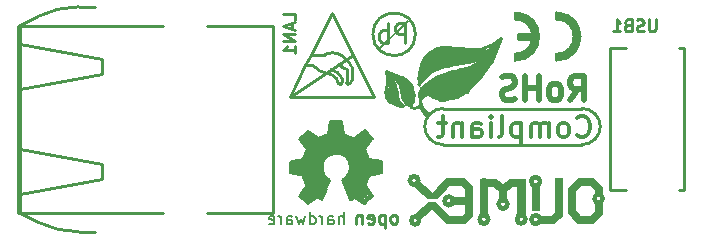
<source format=gbr>
%TF.GenerationSoftware,KiCad,Pcbnew,7.0.9-7.0.9~ubuntu22.04.1*%
%TF.CreationDate,2024-01-19T15:32:03+02:00*%
%TF.ProjectId,USB-GIGABIT_Rev_D,5553422d-4749-4474-9142-49545f526576,rev?*%
%TF.SameCoordinates,PX3473bc0PY4bd12e0*%
%TF.FileFunction,Legend,Bot*%
%TF.FilePolarity,Positive*%
%FSLAX46Y46*%
G04 Gerber Fmt 4.6, Leading zero omitted, Abs format (unit mm)*
G04 Created by KiCad (PCBNEW 7.0.9-7.0.9~ubuntu22.04.1) date 2024-01-19 15:32:03*
%MOMM*%
%LPD*%
G01*
G04 APERTURE LIST*
%ADD10C,0.350000*%
%ADD11C,0.500000*%
%ADD12C,0.254000*%
%ADD13C,0.180000*%
%ADD14C,0.508000*%
%ADD15C,0.400000*%
%ADD16C,0.700000*%
%ADD17C,0.100000*%
%ADD18C,0.300000*%
%ADD19C,0.370000*%
%ADD20C,0.150000*%
%ADD21C,1.000000*%
%ADD22C,0.420000*%
%ADD23C,0.380000*%
%ADD24C,0.200000*%
G04 APERTURE END LIST*
D10*
X42728193Y8202196D02*
X42812860Y8117529D01*
X42812860Y8117529D02*
X43066860Y8032863D01*
X43066860Y8032863D02*
X43236193Y8032863D01*
X43236193Y8032863D02*
X43490193Y8117529D01*
X43490193Y8117529D02*
X43659527Y8286863D01*
X43659527Y8286863D02*
X43744193Y8456196D01*
X43744193Y8456196D02*
X43828860Y8794863D01*
X43828860Y8794863D02*
X43828860Y9048863D01*
X43828860Y9048863D02*
X43744193Y9387529D01*
X43744193Y9387529D02*
X43659527Y9556863D01*
X43659527Y9556863D02*
X43490193Y9726196D01*
X43490193Y9726196D02*
X43236193Y9810863D01*
X43236193Y9810863D02*
X43066860Y9810863D01*
X43066860Y9810863D02*
X42812860Y9726196D01*
X42812860Y9726196D02*
X42728193Y9641529D01*
X41712193Y8032863D02*
X41881527Y8117529D01*
X41881527Y8117529D02*
X41966193Y8202196D01*
X41966193Y8202196D02*
X42050860Y8371529D01*
X42050860Y8371529D02*
X42050860Y8879529D01*
X42050860Y8879529D02*
X41966193Y9048863D01*
X41966193Y9048863D02*
X41881527Y9133529D01*
X41881527Y9133529D02*
X41712193Y9218196D01*
X41712193Y9218196D02*
X41458193Y9218196D01*
X41458193Y9218196D02*
X41288860Y9133529D01*
X41288860Y9133529D02*
X41204193Y9048863D01*
X41204193Y9048863D02*
X41119527Y8879529D01*
X41119527Y8879529D02*
X41119527Y8371529D01*
X41119527Y8371529D02*
X41204193Y8202196D01*
X41204193Y8202196D02*
X41288860Y8117529D01*
X41288860Y8117529D02*
X41458193Y8032863D01*
X41458193Y8032863D02*
X41712193Y8032863D01*
X40357526Y8032863D02*
X40357526Y9218196D01*
X40357526Y9048863D02*
X40272860Y9133529D01*
X40272860Y9133529D02*
X40103526Y9218196D01*
X40103526Y9218196D02*
X39849526Y9218196D01*
X39849526Y9218196D02*
X39680193Y9133529D01*
X39680193Y9133529D02*
X39595526Y8964196D01*
X39595526Y8964196D02*
X39595526Y8032863D01*
X39595526Y8964196D02*
X39510860Y9133529D01*
X39510860Y9133529D02*
X39341526Y9218196D01*
X39341526Y9218196D02*
X39087526Y9218196D01*
X39087526Y9218196D02*
X38918193Y9133529D01*
X38918193Y9133529D02*
X38833526Y8964196D01*
X38833526Y8964196D02*
X38833526Y8032863D01*
X37986859Y9218196D02*
X37986859Y7440196D01*
X37986859Y9133529D02*
X37817526Y9218196D01*
X37817526Y9218196D02*
X37478859Y9218196D01*
X37478859Y9218196D02*
X37309526Y9133529D01*
X37309526Y9133529D02*
X37224859Y9048863D01*
X37224859Y9048863D02*
X37140193Y8879529D01*
X37140193Y8879529D02*
X37140193Y8371529D01*
X37140193Y8371529D02*
X37224859Y8202196D01*
X37224859Y8202196D02*
X37309526Y8117529D01*
X37309526Y8117529D02*
X37478859Y8032863D01*
X37478859Y8032863D02*
X37817526Y8032863D01*
X37817526Y8032863D02*
X37986859Y8117529D01*
X36124192Y8032863D02*
X36293526Y8117529D01*
X36293526Y8117529D02*
X36378192Y8286863D01*
X36378192Y8286863D02*
X36378192Y9810863D01*
X35446859Y8032863D02*
X35446859Y9218196D01*
X35446859Y9810863D02*
X35531526Y9726196D01*
X35531526Y9726196D02*
X35446859Y9641529D01*
X35446859Y9641529D02*
X35362193Y9726196D01*
X35362193Y9726196D02*
X35446859Y9810863D01*
X35446859Y9810863D02*
X35446859Y9641529D01*
X33838192Y8032863D02*
X33838192Y8964196D01*
X33838192Y8964196D02*
X33922859Y9133529D01*
X33922859Y9133529D02*
X34092192Y9218196D01*
X34092192Y9218196D02*
X34430859Y9218196D01*
X34430859Y9218196D02*
X34600192Y9133529D01*
X33838192Y8117529D02*
X34007526Y8032863D01*
X34007526Y8032863D02*
X34430859Y8032863D01*
X34430859Y8032863D02*
X34600192Y8117529D01*
X34600192Y8117529D02*
X34684859Y8286863D01*
X34684859Y8286863D02*
X34684859Y8456196D01*
X34684859Y8456196D02*
X34600192Y8625529D01*
X34600192Y8625529D02*
X34430859Y8710196D01*
X34430859Y8710196D02*
X34007526Y8710196D01*
X34007526Y8710196D02*
X33838192Y8794863D01*
X32991525Y9218196D02*
X32991525Y8032863D01*
X32991525Y9048863D02*
X32906859Y9133529D01*
X32906859Y9133529D02*
X32737525Y9218196D01*
X32737525Y9218196D02*
X32483525Y9218196D01*
X32483525Y9218196D02*
X32314192Y9133529D01*
X32314192Y9133529D02*
X32229525Y8964196D01*
X32229525Y8964196D02*
X32229525Y8032863D01*
X31636858Y9218196D02*
X30959525Y9218196D01*
X31382858Y9810863D02*
X31382858Y8286863D01*
X31382858Y8286863D02*
X31298192Y8117529D01*
X31298192Y8117529D02*
X31128858Y8032863D01*
X31128858Y8032863D02*
X30959525Y8032863D01*
D11*
X42149634Y11143442D02*
X42816301Y12095823D01*
X43292491Y11143442D02*
X43292491Y13143442D01*
X43292491Y13143442D02*
X42530586Y13143442D01*
X42530586Y13143442D02*
X42340110Y13048204D01*
X42340110Y13048204D02*
X42244872Y12952966D01*
X42244872Y12952966D02*
X42149634Y12762490D01*
X42149634Y12762490D02*
X42149634Y12476776D01*
X42149634Y12476776D02*
X42244872Y12286300D01*
X42244872Y12286300D02*
X42340110Y12191061D01*
X42340110Y12191061D02*
X42530586Y12095823D01*
X42530586Y12095823D02*
X43292491Y12095823D01*
X41006777Y11143442D02*
X41197253Y11238680D01*
X41197253Y11238680D02*
X41292491Y11333919D01*
X41292491Y11333919D02*
X41387729Y11524395D01*
X41387729Y11524395D02*
X41387729Y12095823D01*
X41387729Y12095823D02*
X41292491Y12286300D01*
X41292491Y12286300D02*
X41197253Y12381538D01*
X41197253Y12381538D02*
X41006777Y12476776D01*
X41006777Y12476776D02*
X40721062Y12476776D01*
X40721062Y12476776D02*
X40530586Y12381538D01*
X40530586Y12381538D02*
X40435348Y12286300D01*
X40435348Y12286300D02*
X40340110Y12095823D01*
X40340110Y12095823D02*
X40340110Y11524395D01*
X40340110Y11524395D02*
X40435348Y11333919D01*
X40435348Y11333919D02*
X40530586Y11238680D01*
X40530586Y11238680D02*
X40721062Y11143442D01*
X40721062Y11143442D02*
X41006777Y11143442D01*
X39482967Y11143442D02*
X39482967Y13143442D01*
X39482967Y12191061D02*
X38340110Y12191061D01*
X38340110Y11143442D02*
X38340110Y13143442D01*
X37482967Y11238680D02*
X37197253Y11143442D01*
X37197253Y11143442D02*
X36721062Y11143442D01*
X36721062Y11143442D02*
X36530586Y11238680D01*
X36530586Y11238680D02*
X36435348Y11333919D01*
X36435348Y11333919D02*
X36340110Y11524395D01*
X36340110Y11524395D02*
X36340110Y11714871D01*
X36340110Y11714871D02*
X36435348Y11905347D01*
X36435348Y11905347D02*
X36530586Y12000585D01*
X36530586Y12000585D02*
X36721062Y12095823D01*
X36721062Y12095823D02*
X37102015Y12191061D01*
X37102015Y12191061D02*
X37292491Y12286300D01*
X37292491Y12286300D02*
X37387729Y12381538D01*
X37387729Y12381538D02*
X37482967Y12572014D01*
X37482967Y12572014D02*
X37482967Y12762490D01*
X37482967Y12762490D02*
X37387729Y12952966D01*
X37387729Y12952966D02*
X37292491Y13048204D01*
X37292491Y13048204D02*
X37102015Y13143442D01*
X37102015Y13143442D02*
X36625824Y13143442D01*
X36625824Y13143442D02*
X36340110Y13048204D01*
D12*
X49381904Y17956188D02*
X49381904Y17133711D01*
X49381904Y17133711D02*
X49333523Y17036949D01*
X49333523Y17036949D02*
X49285142Y16988568D01*
X49285142Y16988568D02*
X49188380Y16940188D01*
X49188380Y16940188D02*
X48994856Y16940188D01*
X48994856Y16940188D02*
X48898094Y16988568D01*
X48898094Y16988568D02*
X48849713Y17036949D01*
X48849713Y17036949D02*
X48801332Y17133711D01*
X48801332Y17133711D02*
X48801332Y17956188D01*
X48365904Y16988568D02*
X48220761Y16940188D01*
X48220761Y16940188D02*
X47978856Y16940188D01*
X47978856Y16940188D02*
X47882094Y16988568D01*
X47882094Y16988568D02*
X47833713Y17036949D01*
X47833713Y17036949D02*
X47785332Y17133711D01*
X47785332Y17133711D02*
X47785332Y17230473D01*
X47785332Y17230473D02*
X47833713Y17327235D01*
X47833713Y17327235D02*
X47882094Y17375616D01*
X47882094Y17375616D02*
X47978856Y17423997D01*
X47978856Y17423997D02*
X48172380Y17472378D01*
X48172380Y17472378D02*
X48269142Y17520759D01*
X48269142Y17520759D02*
X48317523Y17569140D01*
X48317523Y17569140D02*
X48365904Y17665902D01*
X48365904Y17665902D02*
X48365904Y17762664D01*
X48365904Y17762664D02*
X48317523Y17859426D01*
X48317523Y17859426D02*
X48269142Y17907807D01*
X48269142Y17907807D02*
X48172380Y17956188D01*
X48172380Y17956188D02*
X47930475Y17956188D01*
X47930475Y17956188D02*
X47785332Y17907807D01*
X47011237Y17472378D02*
X46866094Y17423997D01*
X46866094Y17423997D02*
X46817713Y17375616D01*
X46817713Y17375616D02*
X46769332Y17278854D01*
X46769332Y17278854D02*
X46769332Y17133711D01*
X46769332Y17133711D02*
X46817713Y17036949D01*
X46817713Y17036949D02*
X46866094Y16988568D01*
X46866094Y16988568D02*
X46962856Y16940188D01*
X46962856Y16940188D02*
X47349904Y16940188D01*
X47349904Y16940188D02*
X47349904Y17956188D01*
X47349904Y17956188D02*
X47011237Y17956188D01*
X47011237Y17956188D02*
X46914475Y17907807D01*
X46914475Y17907807D02*
X46866094Y17859426D01*
X46866094Y17859426D02*
X46817713Y17762664D01*
X46817713Y17762664D02*
X46817713Y17665902D01*
X46817713Y17665902D02*
X46866094Y17569140D01*
X46866094Y17569140D02*
X46914475Y17520759D01*
X46914475Y17520759D02*
X47011237Y17472378D01*
X47011237Y17472378D02*
X47349904Y17472378D01*
X45801713Y16940188D02*
X46382285Y16940188D01*
X46091999Y16940188D02*
X46091999Y17956188D01*
X46091999Y17956188D02*
X46188761Y17811045D01*
X46188761Y17811045D02*
X46285523Y17714283D01*
X46285523Y17714283D02*
X46382285Y17665902D01*
X18862812Y17898952D02*
X18862812Y18382762D01*
X18862812Y18382762D02*
X17846812Y18382762D01*
X18572527Y17608667D02*
X18572527Y17124857D01*
X18862812Y17705429D02*
X17846812Y17366762D01*
X17846812Y17366762D02*
X18862812Y17028095D01*
X18862812Y16689429D02*
X17846812Y16689429D01*
X17846812Y16689429D02*
X18862812Y16108857D01*
X18862812Y16108857D02*
X17846812Y16108857D01*
X18862812Y15092857D02*
X18862812Y15673429D01*
X18862812Y15383143D02*
X17846812Y15383143D01*
X17846812Y15383143D02*
X17991955Y15479905D01*
X17991955Y15479905D02*
X18088717Y15576667D01*
X18088717Y15576667D02*
X18137098Y15673429D01*
D13*
X22973797Y611541D02*
X22973797Y1611541D01*
X22545226Y611541D02*
X22545226Y1135351D01*
X22545226Y1135351D02*
X22592845Y1230589D01*
X22592845Y1230589D02*
X22688083Y1278208D01*
X22688083Y1278208D02*
X22830940Y1278208D01*
X22830940Y1278208D02*
X22926178Y1230589D01*
X22926178Y1230589D02*
X22973797Y1182970D01*
X21640464Y611541D02*
X21640464Y1135351D01*
X21640464Y1135351D02*
X21688083Y1230589D01*
X21688083Y1230589D02*
X21783321Y1278208D01*
X21783321Y1278208D02*
X21973797Y1278208D01*
X21973797Y1278208D02*
X22069035Y1230589D01*
X21640464Y659160D02*
X21735702Y611541D01*
X21735702Y611541D02*
X21973797Y611541D01*
X21973797Y611541D02*
X22069035Y659160D01*
X22069035Y659160D02*
X22116654Y754399D01*
X22116654Y754399D02*
X22116654Y849637D01*
X22116654Y849637D02*
X22069035Y944875D01*
X22069035Y944875D02*
X21973797Y992494D01*
X21973797Y992494D02*
X21735702Y992494D01*
X21735702Y992494D02*
X21640464Y1040113D01*
X21164273Y611541D02*
X21164273Y1278208D01*
X21164273Y1087732D02*
X21116654Y1182970D01*
X21116654Y1182970D02*
X21069035Y1230589D01*
X21069035Y1230589D02*
X20973797Y1278208D01*
X20973797Y1278208D02*
X20878559Y1278208D01*
X20116654Y611541D02*
X20116654Y1611541D01*
X20116654Y659160D02*
X20211892Y611541D01*
X20211892Y611541D02*
X20402368Y611541D01*
X20402368Y611541D02*
X20497606Y659160D01*
X20497606Y659160D02*
X20545225Y706780D01*
X20545225Y706780D02*
X20592844Y802018D01*
X20592844Y802018D02*
X20592844Y1087732D01*
X20592844Y1087732D02*
X20545225Y1182970D01*
X20545225Y1182970D02*
X20497606Y1230589D01*
X20497606Y1230589D02*
X20402368Y1278208D01*
X20402368Y1278208D02*
X20211892Y1278208D01*
X20211892Y1278208D02*
X20116654Y1230589D01*
X19735701Y1278208D02*
X19545225Y611541D01*
X19545225Y611541D02*
X19354749Y1087732D01*
X19354749Y1087732D02*
X19164273Y611541D01*
X19164273Y611541D02*
X18973797Y1278208D01*
X18164273Y611541D02*
X18164273Y1135351D01*
X18164273Y1135351D02*
X18211892Y1230589D01*
X18211892Y1230589D02*
X18307130Y1278208D01*
X18307130Y1278208D02*
X18497606Y1278208D01*
X18497606Y1278208D02*
X18592844Y1230589D01*
X18164273Y659160D02*
X18259511Y611541D01*
X18259511Y611541D02*
X18497606Y611541D01*
X18497606Y611541D02*
X18592844Y659160D01*
X18592844Y659160D02*
X18640463Y754399D01*
X18640463Y754399D02*
X18640463Y849637D01*
X18640463Y849637D02*
X18592844Y944875D01*
X18592844Y944875D02*
X18497606Y992494D01*
X18497606Y992494D02*
X18259511Y992494D01*
X18259511Y992494D02*
X18164273Y1040113D01*
X17688082Y611541D02*
X17688082Y1278208D01*
X17688082Y1087732D02*
X17640463Y1182970D01*
X17640463Y1182970D02*
X17592844Y1230589D01*
X17592844Y1230589D02*
X17497606Y1278208D01*
X17497606Y1278208D02*
X17402368Y1278208D01*
X16688082Y659160D02*
X16783320Y611541D01*
X16783320Y611541D02*
X16973796Y611541D01*
X16973796Y611541D02*
X17069034Y659160D01*
X17069034Y659160D02*
X17116653Y754399D01*
X17116653Y754399D02*
X17116653Y1135351D01*
X17116653Y1135351D02*
X17069034Y1230589D01*
X17069034Y1230589D02*
X16973796Y1278208D01*
X16973796Y1278208D02*
X16783320Y1278208D01*
X16783320Y1278208D02*
X16688082Y1230589D01*
X16688082Y1230589D02*
X16640463Y1135351D01*
X16640463Y1135351D02*
X16640463Y1040113D01*
X16640463Y1040113D02*
X17116653Y944875D01*
D12*
X27289297Y660568D02*
X27394059Y712948D01*
X27394059Y712948D02*
X27446440Y765329D01*
X27446440Y765329D02*
X27498821Y870091D01*
X27498821Y870091D02*
X27498821Y1184377D01*
X27498821Y1184377D02*
X27446440Y1289139D01*
X27446440Y1289139D02*
X27394059Y1341520D01*
X27394059Y1341520D02*
X27289297Y1393901D01*
X27289297Y1393901D02*
X27132154Y1393901D01*
X27132154Y1393901D02*
X27027392Y1341520D01*
X27027392Y1341520D02*
X26975011Y1289139D01*
X26975011Y1289139D02*
X26922630Y1184377D01*
X26922630Y1184377D02*
X26922630Y870091D01*
X26922630Y870091D02*
X26975011Y765329D01*
X26975011Y765329D02*
X27027392Y712948D01*
X27027392Y712948D02*
X27132154Y660568D01*
X27132154Y660568D02*
X27289297Y660568D01*
X26451202Y1393901D02*
X26451202Y293901D01*
X26451202Y1341520D02*
X26346440Y1393901D01*
X26346440Y1393901D02*
X26136916Y1393901D01*
X26136916Y1393901D02*
X26032154Y1341520D01*
X26032154Y1341520D02*
X25979773Y1289139D01*
X25979773Y1289139D02*
X25927392Y1184377D01*
X25927392Y1184377D02*
X25927392Y870091D01*
X25927392Y870091D02*
X25979773Y765329D01*
X25979773Y765329D02*
X26032154Y712948D01*
X26032154Y712948D02*
X26136916Y660568D01*
X26136916Y660568D02*
X26346440Y660568D01*
X26346440Y660568D02*
X26451202Y712948D01*
X25036916Y712948D02*
X25141678Y660568D01*
X25141678Y660568D02*
X25351202Y660568D01*
X25351202Y660568D02*
X25455964Y712948D01*
X25455964Y712948D02*
X25508345Y817710D01*
X25508345Y817710D02*
X25508345Y1236758D01*
X25508345Y1236758D02*
X25455964Y1341520D01*
X25455964Y1341520D02*
X25351202Y1393901D01*
X25351202Y1393901D02*
X25141678Y1393901D01*
X25141678Y1393901D02*
X25036916Y1341520D01*
X25036916Y1341520D02*
X24984535Y1236758D01*
X24984535Y1236758D02*
X24984535Y1131996D01*
X24984535Y1131996D02*
X25508345Y1027234D01*
X24513107Y1393901D02*
X24513107Y660568D01*
X24513107Y1289139D02*
X24460726Y1341520D01*
X24460726Y1341520D02*
X24355964Y1393901D01*
X24355964Y1393901D02*
X24198821Y1393901D01*
X24198821Y1393901D02*
X24094059Y1341520D01*
X24094059Y1341520D02*
X24041678Y1236758D01*
X24041678Y1236758D02*
X24041678Y660568D01*
X28199788Y15943035D02*
X28199788Y17643035D01*
X28199788Y17643035D02*
X27628359Y17643035D01*
X27628359Y17643035D02*
X27485502Y17562083D01*
X27485502Y17562083D02*
X27414073Y17481130D01*
X27414073Y17481130D02*
X27342645Y17319226D01*
X27342645Y17319226D02*
X27342645Y17076368D01*
X27342645Y17076368D02*
X27414073Y16914464D01*
X27414073Y16914464D02*
X27485502Y16833511D01*
X27485502Y16833511D02*
X27628359Y16752559D01*
X27628359Y16752559D02*
X28199788Y16752559D01*
X26699788Y15943035D02*
X26699788Y17643035D01*
X26699788Y16995416D02*
X26556931Y17076368D01*
X26556931Y17076368D02*
X26271216Y17076368D01*
X26271216Y17076368D02*
X26128359Y16995416D01*
X26128359Y16995416D02*
X26056931Y16914464D01*
X26056931Y16914464D02*
X25985502Y16752559D01*
X25985502Y16752559D02*
X25985502Y16266845D01*
X25985502Y16266845D02*
X26056931Y16104940D01*
X26056931Y16104940D02*
X26128359Y16023987D01*
X26128359Y16023987D02*
X26271216Y15943035D01*
X26271216Y15943035D02*
X26556931Y15943035D01*
X26556931Y15943035D02*
X26699788Y16023987D01*
X23295500Y12698000D02*
X23359000Y12698000D01*
X23295500Y12698000D02*
X23295500Y13714000D01*
X23232000Y12507500D02*
X23232000Y12634500D01*
X23676500Y13904500D02*
X23676500Y12825000D01*
X22724000Y12507500D02*
X22571600Y12507500D01*
X19739500Y14095000D02*
X20057000Y14095000D01*
X21365100Y14984000D02*
X20184000Y14984000D01*
X23740000Y14920500D02*
X18406000Y11428000D01*
X20184000Y14984000D02*
X21962000Y18540000D01*
X19739500Y14095000D02*
X20184000Y14984000D01*
X18406000Y11428000D02*
X19739500Y14095000D01*
X25518000Y11428000D02*
X18406000Y11428000D01*
X21962000Y18540000D02*
X25518000Y11428000D01*
X23168500Y14539500D02*
G75*
G03*
X21581721Y15047321I-1120140J-767080D01*
G01*
X21365100Y14984000D02*
G75*
G03*
X21580916Y15045887I33020J292100D01*
G01*
X20565000Y13904500D02*
G75*
G03*
X20056301Y14094526I-444500J-414020D01*
G01*
X20565001Y13904500D02*
G75*
G03*
X21387462Y13458425I970279J807720D01*
G01*
X22851000Y12952000D02*
G75*
G03*
X21899708Y13712834I-1236980J-571500D01*
G01*
X22533500Y12507500D02*
G75*
G03*
X21961915Y13268035I-855980J-48260D01*
G01*
X21962000Y13269499D02*
G75*
G03*
X21522275Y13395506I-1264920J-3583939D01*
G01*
X22724000Y12507501D02*
G75*
G03*
X22850966Y12634400I-63500J190499D01*
G01*
X22850999Y12634500D02*
G75*
G03*
X22850067Y12951326I-317499J157480D01*
G01*
X22597000Y14158500D02*
G75*
G03*
X23293935Y13712155I850900J561340D01*
G01*
X23168501Y14539500D02*
G75*
G03*
X23484549Y14221859I795019J474980D01*
G01*
X23676499Y13904500D02*
G75*
G03*
X23487048Y14220424I-358139J0D01*
G01*
X23295500Y12444000D02*
G75*
G03*
X23676500Y12825000I0J381000D01*
G01*
X23232001Y12507500D02*
G75*
G03*
X23293071Y12441456I63499J-2540D01*
G01*
X23295500Y12698000D02*
G75*
G03*
X23232000Y12634500I0J-63500D01*
G01*
X23486000Y12571000D02*
G75*
G03*
X23359000Y12698000I-127000J0D01*
G01*
X28566000Y10793000D02*
G75*
G03*
X28819555Y11403629I-612140J612140D01*
G01*
X27880199Y11867420D02*
G75*
G03*
X27373020Y12898819I-1498599J-96520D01*
G01*
X27880200Y11859800D02*
G75*
G03*
X28290340Y10762954I1529080J-53340D01*
G01*
X28263740Y10790460D02*
G75*
G03*
X28567788Y10664209I304800J304800D01*
G01*
X27499200Y11466100D02*
G75*
G03*
X28001340Y10670387I1211580J208280D01*
G01*
X27473799Y11814080D02*
G75*
G03*
X27119794Y12804934I-1762759J-71120D01*
G01*
X27453480Y10688860D02*
G75*
G03*
X27652927Y10664697I198120J800100D01*
G01*
X26871820Y10963180D02*
G75*
G03*
X27451497Y10689547I784860J911860D01*
G01*
X26534000Y11742960D02*
G75*
G03*
X26847946Y10985026I1071880J0D01*
G01*
X26605120Y12111260D02*
G75*
G03*
X26534283Y11742513I922020J-368300D01*
G01*
X26605120Y12111260D02*
G75*
G03*
X26669148Y13045864I-1414780J566420D01*
G01*
X28693000Y12380500D02*
G75*
G03*
X27971000Y13024489I-1323340J-756920D01*
G01*
X28946999Y11529600D02*
G75*
G03*
X28746793Y12284679I-1523999J0D01*
G01*
X28863180Y11085100D02*
G75*
G03*
X28948874Y11529099I-1109980J444500D01*
G01*
X28700620Y10531380D02*
G75*
G03*
X28992720Y10410388I292100J292100D01*
G01*
X28992720Y10412001D02*
G75*
G03*
X29350133Y10560047I0J505459D01*
G01*
X29454999Y11047000D02*
G75*
G03*
X29723257Y10394289I922021J-2540D01*
G01*
X29455001Y11001280D02*
G75*
G03*
X29960979Y9776721I1734819J0D01*
G01*
X32182960Y14100080D02*
G75*
G03*
X33525379Y14315814I-469900J7208520D01*
G01*
X31664800Y14026419D02*
G75*
G03*
X30401130Y13526065I871220J-4046219D01*
G01*
X30389721Y13518419D02*
G75*
G03*
X29334642Y12448234I2776219J-3792219D01*
G01*
X29574380Y12111260D02*
G75*
G03*
X29454154Y11173931I642620J-558800D01*
G01*
X32299800Y13569220D02*
G75*
G03*
X29745473Y12299844I1099820J-5417820D01*
G01*
X32609680Y13630181D02*
G75*
G03*
X34636541Y14380223I-604520J4747259D01*
G01*
X29455000Y11174000D02*
G75*
G03*
X29902549Y10088441I1534160J-2540D01*
G01*
X29388961Y13503180D02*
G75*
G03*
X29328761Y12825757I2989579J-607060D01*
G01*
X31586060Y15619000D02*
G75*
G03*
X29535736Y14106415I93980J-2273300D01*
G01*
X33734900Y15423421D02*
G75*
G03*
X35449951Y15763479I447040J2240279D01*
G01*
X31558120Y11174000D02*
G75*
G03*
X33423933Y11839987I127000J2590800D01*
G01*
X33463120Y11877580D02*
G75*
G03*
X35444464Y14259553I-6362700J7307580D01*
G01*
X30450680Y11448320D02*
G75*
G03*
X29731860Y11450860I-360680J-358140D01*
G01*
X30504020Y11394980D02*
G75*
G03*
X31042500Y11171934I538480J538480D01*
G01*
X29836000Y8888000D02*
G75*
G03*
X31360000Y7364000I1524000J0D01*
G01*
X43171000Y7364000D02*
G75*
G03*
X44695000Y8888000I0J1524000D01*
G01*
X44695000Y8888000D02*
G75*
G03*
X43171000Y10412000I-1524000J0D01*
G01*
X31360000Y10412000D02*
G75*
G03*
X29836000Y8888000I0J-1524000D01*
G01*
X31360000Y10412000D02*
X43171000Y10412000D01*
X43171000Y7364000D02*
X31360000Y7364000D01*
X30504020Y11394980D02*
X30450680Y11448320D01*
X29731860Y11448320D02*
X29455000Y11174000D01*
X36313000Y16381000D02*
X35446860Y14265180D01*
X33463120Y11877580D02*
X33427560Y11842020D01*
X31558120Y11174000D02*
X31042500Y11174000D01*
X36313000Y16381000D02*
X35451940Y15761240D01*
X33734900Y15423420D02*
X31586060Y15619000D01*
X29536280Y14102620D02*
X29388960Y13503180D01*
X29330540Y12825000D02*
X29330540Y12444000D01*
X29432140Y11219720D02*
X29455000Y11174000D01*
X30090000Y9904000D02*
X29904580Y10089420D01*
X34918540Y14730000D02*
X34636600Y14382020D01*
X32609680Y13630180D02*
X32299800Y13569220D01*
X29744560Y12299220D02*
X29574380Y12111260D01*
X29330540Y12444000D02*
X29333080Y12446540D01*
X30389720Y13518420D02*
X30397340Y13523500D01*
X31664800Y14026420D02*
X32182960Y14100080D01*
X33531700Y14315980D02*
X34918540Y14730000D01*
X30090000Y9777000D02*
X29582000Y10539000D01*
X29455000Y11001280D02*
X29455000Y11047000D01*
X30217000Y9904000D02*
X29726780Y10394220D01*
X29455000Y10666000D02*
X29350860Y10559320D01*
X28700620Y10531380D02*
X28566000Y10666000D01*
X28566000Y10666000D02*
X28863180Y11085100D01*
X28746340Y12286520D02*
X28693000Y12380500D01*
X27971640Y13025660D02*
X27550000Y13206000D01*
X27550000Y13206000D02*
X26534000Y13587000D01*
X26534000Y13587000D02*
X26668620Y13048520D01*
X26848960Y10986040D02*
X26871820Y10963180D01*
X27651600Y10666000D02*
X28007200Y10666000D01*
X28553300Y10666000D02*
X28566000Y10666000D01*
X27473800Y11857260D02*
X27499200Y11466100D01*
X35932000Y15873000D02*
X34918540Y15235460D01*
D14*
X34918540Y15235460D02*
X33773000Y15235460D01*
X33773000Y15235460D02*
X32757000Y15365000D01*
X32757000Y15365000D02*
X31106000Y15365000D01*
X31106000Y15365000D02*
X30471000Y14984000D01*
X30471000Y14984000D02*
X29963000Y14476000D01*
X29963000Y14476000D02*
X29709000Y13968000D01*
X29709000Y13968000D02*
X29582000Y12952000D01*
X29582000Y12952000D02*
X30090000Y13587000D01*
X30090000Y13587000D02*
X30725000Y13968000D01*
X30725000Y13968000D02*
X30471000Y14476000D01*
X30471000Y14476000D02*
X30090000Y13968000D01*
X30852000Y13968000D02*
X31487000Y14349000D01*
X31487000Y14349000D02*
X31995000Y14349000D01*
X31995000Y14349000D02*
X32122000Y14349000D01*
X32122000Y14349000D02*
X33265000Y14476000D01*
X33265000Y14476000D02*
X34535000Y14857000D01*
X34535000Y14857000D02*
X35043000Y14984000D01*
X35043000Y14984000D02*
X30471000Y14984000D01*
X30471000Y14984000D02*
X30471000Y14730000D01*
X30471000Y14476000D02*
X30471000Y14730000D01*
X30471000Y14730000D02*
X35424000Y14806200D01*
X30344000Y14349000D02*
X31995000Y14349000D01*
X35932000Y15873000D02*
X35424000Y14984000D01*
X35424000Y14984000D02*
X35297000Y14476000D01*
X35297000Y14476000D02*
X34918540Y13968000D01*
X34918540Y13968000D02*
X34918540Y14349000D01*
X34918540Y14349000D02*
X35297000Y15235460D01*
X34789000Y13841000D02*
X34408000Y13333000D01*
X34408000Y13333000D02*
X34154000Y12952000D01*
X34154000Y12952000D02*
X33265000Y12063000D01*
X33265000Y12063000D02*
X32757000Y11682000D01*
X32757000Y11682000D02*
X31868000Y11428000D01*
X31868000Y11428000D02*
X30979000Y11428000D01*
X30979000Y11428000D02*
X30217000Y11936000D01*
X30217000Y11936000D02*
X29836000Y11809000D01*
X29836000Y11809000D02*
X29582000Y11555000D01*
X29582000Y11555000D02*
X29836000Y12063000D01*
X29836000Y12063000D02*
X30344000Y12571000D01*
X30344000Y12571000D02*
X31029800Y12977400D01*
X31029800Y12977400D02*
X32426800Y13460000D01*
X32426800Y13460000D02*
X33036400Y13460000D01*
X33036400Y13460000D02*
X33773000Y13714000D01*
X33773000Y13714000D02*
X34535000Y14095000D01*
X34408000Y13714000D02*
X33646000Y13079000D01*
X33646000Y13079000D02*
X33519000Y13206000D01*
X33519000Y13206000D02*
X33392000Y13206000D01*
X33392000Y13206000D02*
X32249000Y13079000D01*
X32249000Y13079000D02*
X31233000Y12825000D01*
X31233000Y12825000D02*
X30598000Y12317000D01*
X30598000Y12317000D02*
X30471000Y12190000D01*
X30471000Y12190000D02*
X30598000Y11936000D01*
X30598000Y11936000D02*
X30852000Y11936000D01*
X30852000Y11936000D02*
X31233000Y11809000D01*
X31233000Y11809000D02*
X31868000Y11809000D01*
X31868000Y11809000D02*
X32249000Y11936000D01*
X32249000Y11936000D02*
X32757000Y12063000D01*
X32757000Y12063000D02*
X33392000Y12571000D01*
X33392000Y12571000D02*
X33519000Y12698000D01*
X33519000Y12698000D02*
X33392000Y12825000D01*
X33392000Y12825000D02*
X32884000Y12825000D01*
X32884000Y12825000D02*
X31868000Y12571000D01*
X31868000Y12571000D02*
X31614000Y12571000D01*
X31614000Y12571000D02*
X31106000Y12317000D01*
X31106000Y12317000D02*
X31106000Y12190000D01*
X31106000Y12190000D02*
X31233000Y12063000D01*
X31233000Y12063000D02*
X31614000Y12190000D01*
X31614000Y12190000D02*
X32884000Y12444000D01*
D12*
X28263740Y10790460D02*
X28291680Y10762520D01*
X27880200Y11859800D02*
X27880200Y11867420D01*
X28820000Y11405140D02*
X28820000Y11428000D01*
X28820000Y11428000D02*
X28820000Y11682000D01*
X28820000Y11682000D02*
X28693000Y11682000D01*
X28693000Y11682000D02*
X28566000Y11682000D01*
X28566000Y11682000D02*
X28566000Y11047000D01*
X28693000Y11682000D02*
X28693000Y11555000D01*
X28693000Y11555000D02*
X28693000Y11174000D01*
X28693000Y11174000D02*
X28693000Y11047000D01*
X28693000Y11047000D02*
X28693000Y10920000D01*
X28566000Y11682000D02*
X28185000Y11682000D01*
X28185000Y11682000D02*
X27931000Y11682000D01*
X27931000Y11682000D02*
X28439000Y10793000D01*
X28185000Y11682000D02*
X28185000Y11174000D01*
X28693000Y11555000D02*
X28058000Y11555000D01*
X28820000Y11428000D02*
X28058000Y11428000D01*
X28820000Y11301000D02*
X28058000Y11301000D01*
X28693000Y11174000D02*
X28058000Y11174000D01*
X28693000Y11047000D02*
X28185000Y11047000D01*
X27931000Y11809000D02*
X28820000Y11809000D01*
X27931000Y11936000D02*
X28820000Y11936000D01*
X27931000Y12063000D02*
X28693000Y12063000D01*
X27931000Y12190000D02*
X28693000Y12190000D01*
X27804000Y12317000D02*
X28693000Y12317000D01*
X27804000Y12444000D02*
X28566000Y12444000D01*
X27677000Y12571000D02*
X28439000Y12571000D01*
X27677000Y12698000D02*
X28312000Y12698000D01*
X27550000Y12825000D02*
X28058000Y12825000D01*
X26788000Y12952000D02*
X26915000Y12952000D01*
X26915000Y12952000D02*
X27042000Y12952000D01*
X27042000Y12952000D02*
X27931000Y12952000D01*
X27550000Y13079000D02*
X26788000Y13079000D01*
X27296000Y13206000D02*
X26661000Y13206000D01*
X27169000Y13333000D02*
X26661000Y13333000D01*
X27042000Y12952000D02*
X27042000Y12444000D01*
X26915000Y12952000D02*
X26915000Y12444000D01*
X27296000Y12444000D02*
X26788000Y12444000D01*
X27296000Y12317000D02*
X26788000Y12317000D01*
X27423000Y12190000D02*
X26788000Y12190000D01*
X27423000Y12063000D02*
X26661000Y12063000D01*
X27423000Y11936000D02*
X26661000Y11936000D01*
X27423000Y11809000D02*
X26661000Y11809000D01*
X27423000Y11682000D02*
X26661000Y11682000D01*
X27423000Y11555000D02*
X26661000Y11555000D01*
X27423000Y11428000D02*
X26661000Y11428000D01*
X27499200Y11301000D02*
X26661000Y11301000D01*
X27550000Y11174000D02*
X26788000Y11174000D01*
X27550000Y11047000D02*
X26915000Y11047000D01*
X27677000Y10920000D02*
X27042000Y10920000D01*
X27804000Y10793000D02*
X27296000Y10793000D01*
D15*
X44892747Y2792000D02*
G75*
G03*
X44892747Y2792000I-337447J0D01*
G01*
D16*
X44568000Y3566700D02*
X44060000Y4074700D01*
X42967800Y4150900D02*
X42332800Y3541300D01*
X42358200Y1585500D02*
X42917000Y1001300D01*
X40732600Y988600D02*
X41189800Y1445800D01*
X39746800Y988600D02*
X40732600Y988600D01*
D15*
X39600324Y1014000D02*
G75*
G03*
X39600324Y1014000I-366324J0D01*
G01*
D16*
X39234000Y3706400D02*
X39234000Y2106200D01*
D15*
X39594818Y4239800D02*
G75*
G03*
X39594818Y4239800I-373518J0D01*
G01*
X38361759Y1039400D02*
G75*
G03*
X38361759Y1039400I-359659J0D01*
G01*
D16*
X38014800Y1547400D02*
X38014800Y4138200D01*
X38014800Y4138200D02*
X37176600Y4138200D01*
X37176600Y4138200D02*
X36567000Y3630200D01*
X36465400Y2842800D02*
X36465400Y3554000D01*
X36389200Y3630200D02*
X35754200Y4138200D01*
D15*
X36836318Y2309400D02*
G75*
G03*
X36836318Y2309400I-370918J0D01*
G01*
D16*
X35754200Y4138200D02*
X34865200Y4138200D01*
D15*
X35215729Y1026700D02*
G75*
G03*
X35215729Y1026700I-363229J0D01*
G01*
X29352666Y937800D02*
G75*
G03*
X29352666Y937800I-329466J0D01*
G01*
D16*
X29353400Y1293400D02*
X30191600Y2106200D01*
D11*
X30699600Y2207800D02*
X30166200Y2207800D01*
D16*
X31842600Y988600D02*
X30699600Y2106200D01*
X33163400Y988600D02*
X31842600Y988600D01*
X33595200Y1420400D02*
X33163400Y988600D01*
X33595200Y3655600D02*
X33595200Y1420400D01*
X33595200Y3681000D02*
X33112600Y4189000D01*
X33064500Y4163600D02*
X31842600Y4163600D01*
X31842600Y4163600D02*
X30750400Y3096800D01*
D11*
X30725000Y2982500D02*
X30166200Y2982500D01*
D16*
X29302600Y3973100D02*
X30166200Y3079400D01*
D15*
X29293735Y4328700D02*
G75*
G03*
X29293735Y4328700I-359435J0D01*
G01*
D16*
X32376000Y2588800D02*
X33595200Y2588800D01*
D15*
X32227659Y2588800D02*
G75*
G03*
X32227659Y2588800I-359659J0D01*
G01*
D16*
X43996500Y975900D02*
X42955100Y975900D01*
X44555300Y1534700D02*
X44555300Y2296700D01*
X44568000Y1547400D02*
X43983800Y975900D01*
X44568000Y3515900D02*
X44568000Y3274600D01*
X42345500Y3554000D02*
X42345500Y1623600D01*
X42967800Y4163600D02*
X43971100Y4163600D01*
X34852500Y4150900D02*
X34852500Y1547400D01*
X41189800Y1433100D02*
X41189800Y4163600D01*
D17*
X41189800Y4506500D02*
X41469200Y4506500D01*
X41494600Y4506500D02*
X41494600Y1356900D01*
X41481900Y4506500D02*
X41494600Y4506500D01*
X41469200Y4506500D02*
X41481900Y4506500D01*
X41354900Y4417600D02*
X41418400Y4430300D01*
X40872300Y4506500D02*
X40872300Y1471200D01*
X41177100Y4506500D02*
X40872300Y4506500D01*
X41050100Y4430300D02*
X40935800Y4430300D01*
X39551500Y3820700D02*
X39551500Y1801400D01*
X38916500Y1801400D02*
X38916500Y3820700D01*
X38941900Y1801400D02*
X38916500Y1801400D01*
X39551500Y1801400D02*
X38941900Y1801400D01*
X39411800Y1864900D02*
X39475300Y1864900D01*
X39068900Y1864900D02*
X38980000Y1864900D01*
X38332300Y1458500D02*
X38332300Y4443000D01*
X37087700Y4455700D02*
X36503500Y3973100D01*
X38332300Y4455700D02*
X37087700Y4455700D01*
X38179900Y4392200D02*
X38256100Y4392200D01*
X34522300Y1433100D02*
X34522300Y4443000D01*
X35843100Y4455700D02*
X36465400Y3960400D01*
X35817700Y4455700D02*
X35843100Y4455700D01*
X34522300Y4455700D02*
X35817700Y4455700D01*
X34522300Y4443000D02*
X34522300Y4455700D01*
X34674700Y4379500D02*
X34573100Y4379500D01*
X31728300Y4493800D02*
X30471000Y3249200D01*
X31779100Y4493800D02*
X31728300Y4493800D01*
X33150700Y4493800D02*
X31779100Y4493800D01*
D12*
X37734000Y16508000D02*
X38984000Y16508000D01*
X37734000Y16258000D02*
X38984000Y16258000D01*
X37734000Y16758000D02*
X37734000Y16258000D01*
X38984000Y16758000D02*
X37734000Y16758000D01*
X37484000Y18508000D02*
X37484000Y18008000D01*
X37484000Y15008000D02*
X37484000Y14508000D01*
X40984000Y15008000D02*
X40984000Y14508000D01*
X40984000Y18508000D02*
X40984000Y18008000D01*
X40984000Y15008000D02*
G75*
G03*
X40984000Y18008000I0J1500000D01*
G01*
X40984000Y14508000D02*
G75*
G03*
X40984000Y18508000I0J2000000D01*
G01*
D18*
X41033980Y14758000D02*
G75*
G03*
X41034000Y18258000I-49980J1750000D01*
G01*
D12*
X37484000Y15008000D02*
G75*
G03*
X37484000Y18008000I0J1500000D01*
G01*
D18*
X37533980Y14758000D02*
G75*
G03*
X37534000Y18258000I-49980J1750000D01*
G01*
D12*
X37484000Y14508000D02*
G75*
G03*
X37484000Y18508000I0J2000000D01*
G01*
X51800000Y3500000D02*
X51400000Y3500000D01*
X45500000Y3500000D02*
X46897000Y3500000D01*
X51800000Y15500000D02*
X51800000Y3500000D01*
X51400000Y15500000D02*
X51800000Y15500000D01*
X46897000Y15500000D02*
X45500000Y15500000D01*
X45500000Y15500000D02*
X45500000Y3500000D01*
X522360Y19025000D02*
X1896500Y19025000D01*
X17009500Y17400000D02*
X11441500Y17400000D01*
X17009500Y17400000D02*
X17009500Y1600000D01*
X-4580500Y17400000D02*
X7641500Y17400000D01*
X-4580500Y17374000D02*
X-2886320Y18219820D01*
X-4580500Y17374000D02*
X-4580500Y17399400D01*
X-4453500Y15850000D02*
X2531500Y14580000D01*
X2531500Y14580000D02*
X2531500Y13310000D01*
X2531500Y13310000D02*
X-4453500Y12040000D01*
X-4453500Y6960000D02*
X-4453500Y17374000D01*
X-4453500Y6960000D02*
X2531500Y5690000D01*
X2531500Y5690000D02*
X2531500Y4420000D01*
X2531500Y4420000D02*
X-4453500Y3150000D01*
X-4453500Y3150000D02*
X-4453500Y6960000D01*
X-4453500Y1626000D02*
X-4453500Y3150000D01*
X-4580500Y1626000D02*
X-4580500Y17374000D01*
X-4580500Y1626000D02*
X-2886320Y780180D01*
X-4580500Y1600600D02*
X-4580500Y1626000D01*
X17009500Y1600000D02*
X11441500Y1600000D01*
X7641500Y1600000D02*
X-4580500Y1600000D01*
X522360Y-25000D02*
X1896500Y-25000D01*
X522360Y19025000D02*
G75*
G03*
X-2877667Y18224400I0J-7619998D01*
G01*
X-2886320Y780179D02*
G75*
G03*
X512573Y-24762I3408680J6814831D01*
G01*
D19*
X21304140Y6180360D02*
G75*
G03*
X21674980Y4316000I1117599J-746760D01*
G01*
X23168500Y4483640D02*
G75*
G03*
X23244700Y6337840I-889000J965200D01*
G01*
X23219300Y6363240D02*
G75*
G03*
X21293980Y6165120I-863600J-1061719D01*
G01*
D20*
X18451720Y5911120D02*
X18454260Y4953540D01*
X18535540Y5169440D02*
X19642980Y4945920D01*
D19*
X18568560Y5022120D02*
X19582020Y4851940D01*
X18568560Y5857780D02*
X18568560Y5022120D01*
D21*
X19099420Y5464080D02*
X20567540Y5377720D01*
D20*
X19223880Y7821200D02*
X19927460Y6830600D01*
D19*
X19373740Y7813580D02*
X19990960Y7023640D01*
D20*
X19485500Y4755420D02*
X19866500Y3774980D01*
X19518520Y3119660D02*
X20003660Y2588800D01*
D19*
X19582020Y4851940D02*
X19988420Y3940080D01*
D20*
X19589640Y4722400D02*
X18466960Y4933220D01*
D19*
X19650600Y6086380D02*
X18568560Y5857780D01*
D20*
X19838560Y6939820D02*
X19472800Y6071140D01*
D21*
X19909680Y5888260D02*
X20631040Y5740940D01*
D20*
X19914760Y2344960D02*
X19231500Y3035840D01*
D19*
X19922380Y2499900D02*
X19368660Y3046000D01*
D20*
X19922380Y8519700D02*
X19228960Y7828820D01*
D19*
X19927460Y8362220D02*
X19373740Y7816120D01*
X19937620Y2492280D02*
X20773280Y3058700D01*
D20*
X19937620Y2654840D02*
X20758040Y3183160D01*
D19*
X19988420Y3940080D02*
X19368660Y3053620D01*
X19990960Y7023640D02*
X19650600Y6086380D01*
D21*
X20090020Y7648480D02*
X21202540Y6581680D01*
X20150980Y6581680D02*
X20806300Y6215920D01*
D20*
X20620880Y2987580D02*
X21149200Y2659920D01*
D21*
X20745340Y4730020D02*
X20135740Y4623340D01*
D19*
X20773280Y3058700D02*
X21111100Y2873280D01*
D20*
X20801220Y2959640D02*
X19924920Y2339880D01*
D19*
X20831700Y7729760D02*
X19927460Y8364200D01*
D20*
X20938380Y5619020D02*
X21172060Y6292120D01*
X20938380Y7844060D02*
X19927460Y8517160D01*
X20943460Y5113560D02*
X20943460Y5631720D01*
D21*
X21019660Y7450360D02*
X21438760Y6863620D01*
X21065380Y4310920D02*
X20448160Y3983260D01*
D19*
X21111100Y2873280D02*
X21685140Y4313460D01*
D20*
X21149200Y2659920D02*
X21535280Y3640360D01*
X21172060Y6292120D02*
X21682600Y6721380D01*
D21*
X21179680Y4173760D02*
X19998580Y3160300D01*
X21179680Y4265200D02*
X20846940Y3533680D01*
D20*
X21319380Y4402360D02*
X20943460Y5113560D01*
X21497180Y4280440D02*
X21319380Y4402360D01*
X21540360Y4338860D02*
X21012040Y2957100D01*
X21563220Y4531900D02*
X21817220Y4366800D01*
D21*
X21606400Y7701820D02*
X21827380Y7016020D01*
D20*
X21624180Y8230140D02*
X20819000Y7892320D01*
X21682600Y6721380D02*
X22497940Y6881400D01*
X21700380Y4077240D02*
X21822300Y4361720D01*
D19*
X21746100Y8174260D02*
X20844400Y7724680D01*
D20*
X21840080Y9319800D02*
X21614020Y8148860D01*
D19*
X21959460Y9192800D02*
X21746100Y8174260D01*
D21*
X22355700Y8705120D02*
X22350620Y7191280D01*
D20*
X22497940Y6889020D02*
X23369160Y6459760D01*
D19*
X22718920Y9200420D02*
X22924660Y8186960D01*
X22726540Y9213120D02*
X21941680Y9213120D01*
D20*
X22805280Y9319800D02*
X21840080Y9319800D01*
X22815440Y9312180D02*
X23016100Y8286020D01*
D21*
X22871320Y7717060D02*
X22703680Y7107460D01*
D20*
X23064360Y4534440D02*
X22838300Y4359180D01*
D21*
X23305660Y7457980D02*
X23130400Y7099840D01*
D20*
X23369160Y6459760D02*
X23788260Y5728240D01*
X23432660Y4648740D02*
X23173580Y4310920D01*
X23488540Y2690400D02*
X22838300Y4359180D01*
X23549500Y4669060D02*
X23242160Y4402360D01*
D22*
X23569820Y2870740D02*
X23018640Y4293140D01*
D20*
X23656180Y4869720D02*
X23562200Y4699540D01*
X23656180Y4869720D02*
X23562200Y4699540D01*
X23793340Y5723160D02*
X23661260Y4900200D01*
X23803500Y7917720D02*
X22899260Y8296180D01*
D19*
X23823820Y7760240D02*
X22978000Y8166640D01*
D20*
X23872080Y2893600D02*
X23526640Y2672620D01*
X23879700Y7582440D02*
X22896720Y8075200D01*
X23884780Y2903760D02*
X24710280Y2339880D01*
D21*
X23889860Y3411760D02*
X23524100Y4173760D01*
D19*
X23915260Y3056160D02*
X23597760Y2850420D01*
D21*
X24303880Y6680740D02*
X23846680Y6391180D01*
X24479140Y6200680D02*
X24037180Y6040660D01*
D20*
X24524860Y6947440D02*
X25126840Y7856760D01*
X24529940Y6952520D02*
X24916020Y5954300D01*
D21*
X24555340Y4310920D02*
X23991460Y4790980D01*
X24565500Y3239040D02*
X23712060Y4260120D01*
X24616300Y7729760D02*
X23554580Y6622320D01*
D15*
X24705200Y2507520D02*
X23925420Y3038380D01*
D19*
X24712820Y8402860D02*
X23884780Y7750080D01*
D20*
X24717900Y2332260D02*
X25439260Y3025680D01*
X24738220Y8565420D02*
X23767940Y7849140D01*
X24768700Y8301260D02*
X23884780Y7579900D01*
D21*
X24804260Y4956080D02*
X24098140Y5083080D01*
D19*
X25022700Y6053360D02*
X24674720Y6919500D01*
X25091280Y4806220D02*
X24733140Y3922300D01*
D20*
X25142080Y6129560D02*
X24806800Y6962680D01*
D19*
X25251300Y7821200D02*
X24695040Y6970300D01*
D23*
X25261460Y7844060D02*
X24761080Y8377460D01*
D19*
X25266540Y3046000D02*
X24733140Y3879120D01*
D23*
X25281780Y3046000D02*
X24717900Y2507520D01*
D20*
X25403700Y7813580D02*
X24809340Y6960140D01*
X25424020Y7849140D02*
X24750920Y8562880D01*
X25446880Y3028220D02*
X24849980Y3891820D01*
D21*
X25601820Y5443760D02*
X24184500Y5504720D01*
D20*
X25916780Y5740940D02*
X25916780Y5090700D01*
X26059020Y5685060D02*
X24943960Y5931440D01*
D23*
X26059020Y5824760D02*
X26064100Y5037360D01*
D19*
X26069180Y5047520D02*
X25119220Y4829080D01*
X26071720Y5837460D02*
X25053180Y6017800D01*
D20*
X26208880Y4935760D02*
X25137000Y4740180D01*
X26208880Y5928900D02*
X26208880Y4943380D01*
X26211420Y5931440D02*
X25040480Y6134640D01*
D24*
X28405980Y17859280D02*
X25972660Y15438660D01*
D12*
X29047437Y16695960D02*
G75*
G03*
X29047437Y16695960I-1802237J0D01*
G01*
M02*

</source>
